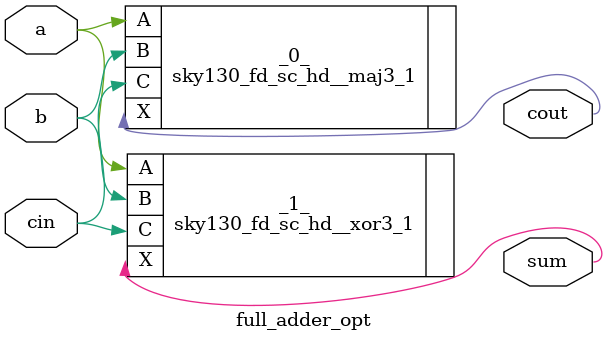
<source format=v>
/* Generated by Yosys 0.33 (git sha1 2584903a060) */

(* top =  1  *)
(* src = "rtl/full_adder_opt.sv:2.1-15.10" *)
module full_adder_opt(a, b, cin, sum, cout);
  (* src = "rtl/full_adder_opt.sv:3.11-3.12" *)
  input a;
  wire a;
  (* src = "rtl/full_adder_opt.sv:3.14-3.15" *)
  input b;
  wire b;
  (* src = "rtl/full_adder_opt.sv:3.17-3.20" *)
  input cin;
  wire cin;
  (* src = "rtl/full_adder_opt.sv:4.17-4.21" *)
  output cout;
  wire cout;
  (* src = "rtl/full_adder_opt.sv:4.12-4.15" *)
  output sum;
  wire sum;
  sky130_fd_sc_hd__maj3_1 _0_ (
    .A(a),
    .B(b),
    .C(cin),
    .X(cout)
  );
  sky130_fd_sc_hd__xor3_1 _1_ (
    .A(a),
    .B(b),
    .C(cin),
    .X(sum)
  );
endmodule

</source>
